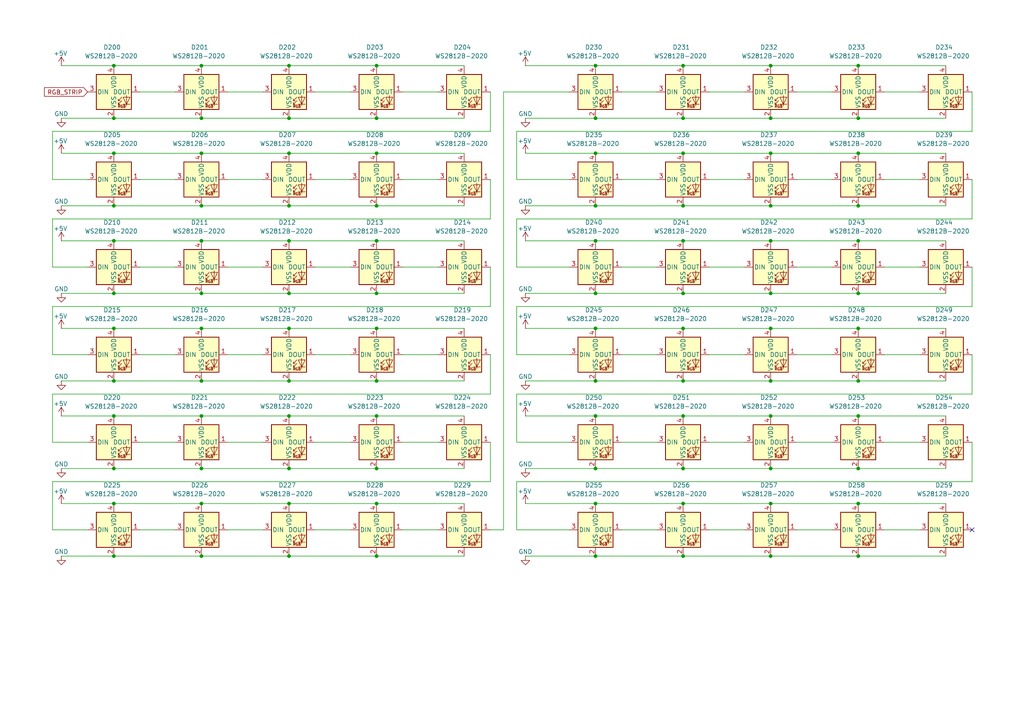
<source format=kicad_sch>
(kicad_sch (version 20231120) (generator "eeschema") (generator_version "8.0")
  (paper "A4")
  (junction (at 33.02 135.89))
  (junction (at 109.22 85.09))
  (junction (at 58.42 69.85))
  (junction (at 58.42 85.09))
  (junction (at 58.42 135.89))
  (junction (at 83.82 146.05))
  (junction (at 33.02 59.69))
  (junction (at 109.22 95.25))
  (junction (at 223.52 146.05))
  (junction (at 33.02 95.25))
  (junction (at 198.12 19.05))
  (junction (at 58.42 110.49))
  (junction (at 172.72 135.89))
  (junction (at 83.82 85.09))
  (junction (at 248.92 59.69))
  (junction (at 83.82 120.65))
  (junction (at 172.72 161.29))
  (junction (at 83.82 110.49))
  (junction (at 83.82 44.45))
  (junction (at 83.82 19.05))
  (junction (at 83.82 59.69))
  (junction (at 248.92 120.65))
  (junction (at 83.82 161.29))
  (junction (at 58.42 59.69))
  (junction (at 58.42 19.05))
  (junction (at 198.12 59.69))
  (junction (at 223.52 120.65))
  (junction (at 223.52 34.29))
  (junction (at 33.02 44.45))
  (junction (at 223.52 59.69))
  (junction (at 109.22 110.49))
  (junction (at 248.92 34.29))
  (junction (at 172.72 85.09))
  (junction (at 83.82 69.85))
  (junction (at 109.22 69.85))
  (junction (at 248.92 85.09))
  (junction (at 172.72 146.05))
  (junction (at 198.12 69.85))
  (junction (at 223.52 19.05))
  (junction (at 223.52 135.89))
  (junction (at 248.92 146.05))
  (junction (at 248.92 95.25))
  (junction (at 83.82 95.25))
  (junction (at 58.42 95.25))
  (junction (at 109.22 19.05))
  (junction (at 248.92 110.49))
  (junction (at 33.02 120.65))
  (junction (at 109.22 34.29))
  (junction (at 172.72 110.49))
  (junction (at 58.42 120.65))
  (junction (at 33.02 110.49))
  (junction (at 198.12 120.65))
  (junction (at 33.02 34.29))
  (junction (at 223.52 95.25))
  (junction (at 248.92 19.05))
  (junction (at 198.12 135.89))
  (junction (at 223.52 44.45))
  (junction (at 33.02 161.29))
  (junction (at 223.52 85.09))
  (junction (at 198.12 44.45))
  (junction (at 248.92 161.29))
  (junction (at 198.12 146.05))
  (junction (at 172.72 120.65))
  (junction (at 223.52 69.85))
  (junction (at 223.52 161.29))
  (junction (at 198.12 85.09))
  (junction (at 58.42 146.05))
  (junction (at 109.22 146.05))
  (junction (at 33.02 69.85))
  (junction (at 33.02 19.05))
  (junction (at 198.12 95.25))
  (junction (at 33.02 85.09))
  (junction (at 83.82 135.89))
  (junction (at 248.92 135.89))
  (junction (at 172.72 19.05))
  (junction (at 58.42 161.29))
  (junction (at 198.12 110.49))
  (junction (at 58.42 34.29))
  (junction (at 198.12 161.29))
  (junction (at 172.72 95.25))
  (junction (at 109.22 120.65))
  (junction (at 172.72 44.45))
  (junction (at 172.72 59.69))
  (junction (at 109.22 135.89))
  (junction (at 33.02 146.05))
  (junction (at 248.92 44.45))
  (junction (at 172.72 34.29))
  (junction (at 172.72 69.85))
  (junction (at 223.52 110.49))
  (junction (at 109.22 59.69))
  (junction (at 248.92 69.85))
  (junction (at 109.22 44.45))
  (junction (at 109.22 161.29))
  (junction (at 58.42 44.45))
  (junction (at 198.12 34.29))
  (junction (at 83.82 34.29))
  (no_connect (at 281.94 153.67))
  (wire (pts (xy 152.4 34.29) (xy 172.72 34.29)))
  (wire (pts (xy 33.02 19.05) (xy 58.42 19.05)))
  (wire (pts (xy 58.42 161.29) (xy 83.82 161.29)))
  (wire (pts (xy 142.24 63.5) (xy 15.24 63.5)))
  (wire (pts (xy 231.14 26.67) (xy 241.3 26.67)))
  (wire (pts (xy 152.4 85.09) (xy 172.72 85.09)))
  (wire (pts (xy 142.24 77.47) (xy 142.24 88.9)))
  (wire (pts (xy 109.22 19.05) (xy 134.62 19.05)))
  (wire (pts (xy 58.42 44.45) (xy 83.82 44.45)))
  (wire (pts (xy 109.22 44.45) (xy 134.62 44.45)))
  (wire (pts (xy 172.72 161.29) (xy 198.12 161.29)))
  (wire (pts (xy 83.82 69.85) (xy 109.22 69.85)))
  (wire (pts (xy 223.52 146.05) (xy 248.92 146.05)))
  (wire (pts (xy 17.78 44.45) (xy 33.02 44.45)))
  (wire (pts (xy 149.86 88.9) (xy 149.86 102.87)))
  (wire (pts (xy 223.52 34.29) (xy 248.92 34.29)))
  (wire (pts (xy 142.24 128.27) (xy 142.24 139.7)))
  (wire (pts (xy 91.44 153.67) (xy 101.6 153.67)))
  (wire (pts (xy 149.86 52.07) (xy 165.1 52.07)))
  (wire (pts (xy 149.86 63.5) (xy 149.86 77.47)))
  (wire (pts (xy 198.12 146.05) (xy 223.52 146.05)))
  (wire (pts (xy 248.92 146.05) (xy 274.32 146.05)))
  (wire (pts (xy 109.22 110.49) (xy 134.62 110.49)))
  (wire (pts (xy 172.72 34.29) (xy 198.12 34.29)))
  (wire (pts (xy 198.12 19.05) (xy 223.52 19.05)))
  (wire (pts (xy 231.14 52.07) (xy 241.3 52.07)))
  (wire (pts (xy 58.42 69.85) (xy 83.82 69.85)))
  (wire (pts (xy 149.86 102.87) (xy 165.1 102.87)))
  (wire (pts (xy 149.86 153.67) (xy 165.1 153.67)))
  (wire (pts (xy 33.02 120.65) (xy 58.42 120.65)))
  (wire (pts (xy 33.02 146.05) (xy 58.42 146.05)))
  (wire (pts (xy 15.24 77.47) (xy 25.4 77.47)))
  (wire (pts (xy 17.78 85.09) (xy 33.02 85.09)))
  (wire (pts (xy 198.12 135.89) (xy 223.52 135.89)))
  (wire (pts (xy 109.22 34.29) (xy 134.62 34.29)))
  (wire (pts (xy 198.12 110.49) (xy 223.52 110.49)))
  (wire (pts (xy 33.02 110.49) (xy 58.42 110.49)))
  (wire (pts (xy 172.72 69.85) (xy 198.12 69.85)))
  (wire (pts (xy 248.92 95.25) (xy 274.32 95.25)))
  (wire (pts (xy 248.92 59.69) (xy 274.32 59.69)))
  (wire (pts (xy 109.22 85.09) (xy 134.62 85.09)))
  (wire (pts (xy 83.82 146.05) (xy 109.22 146.05)))
  (wire (pts (xy 109.22 59.69) (xy 134.62 59.69)))
  (wire (pts (xy 205.74 52.07) (xy 215.9 52.07)))
  (wire (pts (xy 109.22 146.05) (xy 134.62 146.05)))
  (wire (pts (xy 66.04 153.67) (xy 76.2 153.67)))
  (wire (pts (xy 248.92 44.45) (xy 274.32 44.45)))
  (wire (pts (xy 66.04 52.07) (xy 76.2 52.07)))
  (wire (pts (xy 15.24 128.27) (xy 25.4 128.27)))
  (wire (pts (xy 116.84 128.27) (xy 127 128.27)))
  (wire (pts (xy 142.24 52.07) (xy 142.24 63.5)))
  (wire (pts (xy 231.14 102.87) (xy 241.3 102.87)))
  (wire (pts (xy 33.02 85.09) (xy 58.42 85.09)))
  (wire (pts (xy 172.72 19.05) (xy 198.12 19.05)))
  (wire (pts (xy 40.64 102.87) (xy 50.8 102.87)))
  (wire (pts (xy 152.4 135.89) (xy 172.72 135.89)))
  (wire (pts (xy 172.72 59.69) (xy 198.12 59.69)))
  (wire (pts (xy 198.12 44.45) (xy 223.52 44.45)))
  (wire (pts (xy 223.52 110.49) (xy 248.92 110.49)))
  (wire (pts (xy 116.84 52.07) (xy 127 52.07)))
  (wire (pts (xy 149.86 114.3) (xy 149.86 128.27)))
  (wire (pts (xy 256.54 102.87) (xy 266.7 102.87)))
  (wire (pts (xy 172.72 110.49) (xy 198.12 110.49)))
  (wire (pts (xy 198.12 95.25) (xy 223.52 95.25)))
  (wire (pts (xy 109.22 135.89) (xy 134.62 135.89)))
  (wire (pts (xy 83.82 120.65) (xy 109.22 120.65)))
  (wire (pts (xy 17.78 95.25) (xy 33.02 95.25)))
  (wire (pts (xy 66.04 26.67) (xy 76.2 26.67)))
  (wire (pts (xy 172.72 95.25) (xy 198.12 95.25)))
  (wire (pts (xy 152.4 69.85) (xy 172.72 69.85)))
  (wire (pts (xy 152.4 146.05) (xy 172.72 146.05)))
  (wire (pts (xy 152.4 161.29) (xy 172.72 161.29)))
  (wire (pts (xy 58.42 19.05) (xy 83.82 19.05)))
  (wire (pts (xy 15.24 88.9) (xy 15.24 102.87)))
  (wire (pts (xy 152.4 44.45) (xy 172.72 44.45)))
  (wire (pts (xy 248.92 110.49) (xy 274.32 110.49)))
  (wire (pts (xy 58.42 146.05) (xy 83.82 146.05)))
  (wire (pts (xy 248.92 19.05) (xy 274.32 19.05)))
  (wire (pts (xy 58.42 95.25) (xy 83.82 95.25)))
  (wire (pts (xy 281.94 63.5) (xy 149.86 63.5)))
  (wire (pts (xy 256.54 26.67) (xy 266.7 26.67)))
  (wire (pts (xy 17.78 146.05) (xy 33.02 146.05)))
  (wire (pts (xy 180.34 26.67) (xy 190.5 26.67)))
  (wire (pts (xy 142.24 139.7) (xy 15.24 139.7)))
  (wire (pts (xy 205.74 153.67) (xy 215.9 153.67)))
  (wire (pts (xy 248.92 69.85) (xy 274.32 69.85)))
  (wire (pts (xy 33.02 95.25) (xy 58.42 95.25)))
  (wire (pts (xy 116.84 77.47) (xy 127 77.47)))
  (wire (pts (xy 15.24 114.3) (xy 15.24 128.27)))
  (wire (pts (xy 223.52 59.69) (xy 248.92 59.69)))
  (wire (pts (xy 152.4 59.69) (xy 172.72 59.69)))
  (wire (pts (xy 83.82 85.09) (xy 109.22 85.09)))
  (wire (pts (xy 248.92 135.89) (xy 274.32 135.89)))
  (wire (pts (xy 83.82 44.45) (xy 109.22 44.45)))
  (wire (pts (xy 146.05 153.67) (xy 146.05 26.67)))
  (wire (pts (xy 223.52 19.05) (xy 248.92 19.05)))
  (wire (pts (xy 33.02 69.85) (xy 58.42 69.85)))
  (wire (pts (xy 15.24 153.67) (xy 25.4 153.67)))
  (wire (pts (xy 223.52 135.89) (xy 248.92 135.89)))
  (wire (pts (xy 33.02 135.89) (xy 58.42 135.89)))
  (wire (pts (xy 172.72 85.09) (xy 198.12 85.09)))
  (wire (pts (xy 149.86 128.27) (xy 165.1 128.27)))
  (wire (pts (xy 83.82 95.25) (xy 109.22 95.25)))
  (wire (pts (xy 91.44 52.07) (xy 101.6 52.07)))
  (wire (pts (xy 223.52 120.65) (xy 248.92 120.65)))
  (wire (pts (xy 180.34 153.67) (xy 190.5 153.67)))
  (wire (pts (xy 83.82 135.89) (xy 109.22 135.89)))
  (wire (pts (xy 116.84 153.67) (xy 127 153.67)))
  (wire (pts (xy 91.44 102.87) (xy 101.6 102.87)))
  (wire (pts (xy 17.78 19.05) (xy 33.02 19.05)))
  (wire (pts (xy 142.24 102.87) (xy 142.24 114.3)))
  (wire (pts (xy 248.92 85.09) (xy 274.32 85.09)))
  (wire (pts (xy 66.04 77.47) (xy 76.2 77.47)))
  (wire (pts (xy 83.82 161.29) (xy 109.22 161.29)))
  (wire (pts (xy 198.12 120.65) (xy 223.52 120.65)))
  (wire (pts (xy 281.94 26.67) (xy 281.94 38.1)))
  (wire (pts (xy 17.78 34.29) (xy 33.02 34.29)))
  (wire (pts (xy 281.94 77.47) (xy 281.94 88.9)))
  (wire (pts (xy 15.24 63.5) (xy 15.24 77.47)))
  (wire (pts (xy 33.02 161.29) (xy 58.42 161.29)))
  (wire (pts (xy 142.24 26.67) (xy 142.24 38.1)))
  (wire (pts (xy 223.52 44.45) (xy 248.92 44.45)))
  (wire (pts (xy 116.84 26.67) (xy 127 26.67)))
  (wire (pts (xy 248.92 34.29) (xy 274.32 34.29)))
  (wire (pts (xy 256.54 128.27) (xy 266.7 128.27)))
  (wire (pts (xy 58.42 120.65) (xy 83.82 120.65)))
  (wire (pts (xy 17.78 120.65) (xy 33.02 120.65)))
  (wire (pts (xy 142.24 88.9) (xy 15.24 88.9)))
  (wire (pts (xy 91.44 77.47) (xy 101.6 77.47)))
  (wire (pts (xy 146.05 26.67) (xy 165.1 26.67)))
  (wire (pts (xy 198.12 85.09) (xy 223.52 85.09)))
  (wire (pts (xy 83.82 59.69) (xy 109.22 59.69)))
  (wire (pts (xy 180.34 102.87) (xy 190.5 102.87)))
  (wire (pts (xy 109.22 120.65) (xy 134.62 120.65)))
  (wire (pts (xy 180.34 77.47) (xy 190.5 77.47)))
  (wire (pts (xy 17.78 135.89) (xy 33.02 135.89)))
  (wire (pts (xy 180.34 128.27) (xy 190.5 128.27)))
  (wire (pts (xy 223.52 69.85) (xy 248.92 69.85)))
  (wire (pts (xy 33.02 59.69) (xy 58.42 59.69)))
  (wire (pts (xy 58.42 110.49) (xy 83.82 110.49)))
  (wire (pts (xy 205.74 128.27) (xy 215.9 128.27)))
  (wire (pts (xy 91.44 128.27) (xy 101.6 128.27)))
  (wire (pts (xy 281.94 52.07) (xy 281.94 63.5)))
  (wire (pts (xy 198.12 69.85) (xy 223.52 69.85)))
  (wire (pts (xy 17.78 69.85) (xy 33.02 69.85)))
  (wire (pts (xy 172.72 146.05) (xy 198.12 146.05)))
  (wire (pts (xy 109.22 161.29) (xy 134.62 161.29)))
  (wire (pts (xy 58.42 34.29) (xy 83.82 34.29)))
  (wire (pts (xy 180.34 52.07) (xy 190.5 52.07)))
  (wire (pts (xy 58.42 85.09) (xy 83.82 85.09)))
  (wire (pts (xy 40.64 26.67) (xy 50.8 26.67)))
  (wire (pts (xy 256.54 52.07) (xy 266.7 52.07)))
  (wire (pts (xy 142.24 38.1) (xy 15.24 38.1)))
  (wire (pts (xy 15.24 38.1) (xy 15.24 52.07)))
  (wire (pts (xy 66.04 102.87) (xy 76.2 102.87)))
  (wire (pts (xy 58.42 59.69) (xy 83.82 59.69)))
  (wire (pts (xy 149.86 77.47) (xy 165.1 77.47)))
  (wire (pts (xy 248.92 161.29) (xy 274.32 161.29)))
  (wire (pts (xy 172.72 120.65) (xy 198.12 120.65)))
  (wire (pts (xy 281.94 38.1) (xy 149.86 38.1)))
  (wire (pts (xy 116.84 102.87) (xy 127 102.87)))
  (wire (pts (xy 40.64 52.07) (xy 50.8 52.07)))
  (wire (pts (xy 152.4 19.05) (xy 172.72 19.05)))
  (wire (pts (xy 109.22 69.85) (xy 134.62 69.85)))
  (wire (pts (xy 198.12 161.29) (xy 223.52 161.29)))
  (wire (pts (xy 142.24 114.3) (xy 15.24 114.3)))
  (wire (pts (xy 40.64 153.67) (xy 50.8 153.67)))
  (wire (pts (xy 17.78 161.29) (xy 33.02 161.29)))
  (wire (pts (xy 17.78 110.49) (xy 33.02 110.49)))
  (wire (pts (xy 15.24 102.87) (xy 25.4 102.87)))
  (wire (pts (xy 223.52 95.25) (xy 248.92 95.25)))
  (wire (pts (xy 33.02 34.29) (xy 58.42 34.29)))
  (wire (pts (xy 109.22 95.25) (xy 134.62 95.25)))
  (wire (pts (xy 248.92 120.65) (xy 274.32 120.65)))
  (wire (pts (xy 152.4 120.65) (xy 172.72 120.65)))
  (wire (pts (xy 149.86 38.1) (xy 149.86 52.07)))
  (wire (pts (xy 172.72 135.89) (xy 198.12 135.89)))
  (wire (pts (xy 83.82 110.49) (xy 109.22 110.49)))
  (wire (pts (xy 15.24 52.07) (xy 25.4 52.07)))
  (wire (pts (xy 83.82 19.05) (xy 109.22 19.05)))
  (wire (pts (xy 66.04 128.27) (xy 76.2 128.27)))
  (wire (pts (xy 281.94 114.3) (xy 149.86 114.3)))
  (wire (pts (xy 198.12 59.69) (xy 223.52 59.69)))
  (wire (pts (xy 142.24 153.67) (xy 146.05 153.67)))
  (wire (pts (xy 149.86 139.7) (xy 149.86 153.67)))
  (wire (pts (xy 40.64 77.47) (xy 50.8 77.47)))
  (wire (pts (xy 152.4 95.25) (xy 172.72 95.25)))
  (wire (pts (xy 223.52 85.09) (xy 248.92 85.09)))
  (wire (pts (xy 281.94 139.7) (xy 149.86 139.7)))
  (wire (pts (xy 15.24 139.7) (xy 15.24 153.67)))
  (wire (pts (xy 40.64 128.27) (xy 50.8 128.27)))
  (wire (pts (xy 281.94 102.87) (xy 281.94 114.3)))
  (wire (pts (xy 256.54 153.67) (xy 266.7 153.67)))
  (wire (pts (xy 281.94 88.9) (xy 149.86 88.9)))
  (wire (pts (xy 91.44 26.67) (xy 101.6 26.67)))
  (wire (pts (xy 223.52 161.29) (xy 248.92 161.29)))
  (wire (pts (xy 58.42 135.89) (xy 83.82 135.89)))
  (wire (pts (xy 205.74 26.67) (xy 215.9 26.67)))
  (wire (pts (xy 205.74 77.47) (xy 215.9 77.47)))
  (wire (pts (xy 231.14 128.27) (xy 241.3 128.27)))
  (wire (pts (xy 17.78 59.69) (xy 33.02 59.69)))
  (wire (pts (xy 205.74 102.87) (xy 215.9 102.87)))
  (wire (pts (xy 83.82 34.29) (xy 109.22 34.29)))
  (wire (pts (xy 231.14 153.67) (xy 241.3 153.67)))
  (wire (pts (xy 33.02 44.45) (xy 58.42 44.45)))
  (wire (pts (xy 152.4 110.49) (xy 172.72 110.49)))
  (wire (pts (xy 256.54 77.47) (xy 266.7 77.47)))
  (wire (pts (xy 172.72 44.45) (xy 198.12 44.45)))
  (wire (pts (xy 198.12 34.29) (xy 223.52 34.29)))
  (wire (pts (xy 231.14 77.47) (xy 241.3 77.47)))
  (wire (pts (xy 281.94 128.27) (xy 281.94 139.7)))
  (global_label "RGB_STRIP" (shape input) (at 25.4 26.67 180) (property "Intersheetrefs" "${INTERSHEET_REFS}" (effects (hide yes))))
  (symbol (lib_id "LED:WS2812B-2020") (at 198.12 153.67 0) (unit 1)
    (property "Reference" "D256" (at 197.612 140.716 0))
    (property "Value" "WS2812B-2020" (at 197.358 143.256 0))
    (property "Footprint" "LED_SMD:LED_WS2812B-2020_PLCC4_2.0x2.0mm" (effects (hide yes)))
    (property "Datasheet" "https://cdn-shop.adafruit.com/product-files/4684/4684_WS2812B-2020_V1.3_EN.pdf" (effects (hide yes)))
    (property "Description" "RGB LED with integrated controller, 2.0 x 2.0 mm, 12 mA" (effects (hide yes)))
    (property "Manufacturer" "Worldsemi" (effects (hide yes)))
    (property "Manufacturer Product Number" "WS2812B-2020" (effects (hide yes)))
  )
  (symbol (lib_id "power:+5V") (at 17.78 44.45 0) (unit 1)
    (property "Reference" "#PWR07" (effects (hide yes)))
    (property "Value" "+5V" (at 17.526 40.894 0))
    (property "Description" "Power symbol creates a global label with name \"+5V\"" (effects (hide yes)))
  )
  (symbol (lib_id "LED:WS2812B-2020") (at 198.12 102.87 0) (unit 1)
    (property "Reference" "D246" (at 197.612 89.916 0))
    (property "Value" "WS2812B-2020" (at 197.358 92.456 0))
    (property "Footprint" "LED_SMD:LED_WS2812B-2020_PLCC4_2.0x2.0mm" (effects (hide yes)))
    (property "Datasheet" "https://cdn-shop.adafruit.com/product-files/4684/4684_WS2812B-2020_V1.3_EN.pdf" (effects (hide yes)))
    (property "Description" "RGB LED with integrated controller, 2.0 x 2.0 mm, 12 mA" (effects (hide yes)))
    (property "Manufacturer" "Worldsemi" (effects (hide yes)))
    (property "Manufacturer Product Number" "WS2812B-2020" (effects (hide yes)))
  )
  (symbol (lib_id "LED:WS2812B-2020") (at 33.02 102.87 0) (unit 1)
    (property "Reference" "D215" (at 32.512 89.916 0))
    (property "Value" "WS2812B-2020" (at 32.258 92.456 0))
    (property "Footprint" "LED_SMD:LED_WS2812B-2020_PLCC4_2.0x2.0mm" (effects (hide yes)))
    (property "Datasheet" "https://cdn-shop.adafruit.com/product-files/4684/4684_WS2812B-2020_V1.3_EN.pdf" (effects (hide yes)))
    (property "Description" "RGB LED with integrated controller, 2.0 x 2.0 mm, 12 mA" (effects (hide yes)))
    (property "Manufacturer" "Worldsemi" (effects (hide yes)))
    (property "Manufacturer Product Number" "WS2812B-2020" (effects (hide yes)))
  )
  (symbol (lib_id "power:+5V") (at 17.78 95.25 0) (unit 1)
    (property "Reference" "#PWR011" (effects (hide yes)))
    (property "Value" "+5V" (at 17.526 91.694 0))
    (property "Description" "Power symbol creates a global label with name \"+5V\"" (effects (hide yes)))
  )
  (symbol (lib_id "LED:WS2812B-2020") (at 33.02 26.67 0) (unit 1)
    (property "Reference" "D200" (at 32.512 13.716 0))
    (property "Value" "WS2812B-2020" (at 32.258 16.256 0))
    (property "Footprint" "LED_SMD:LED_WS2812B-2020_PLCC4_2.0x2.0mm" (effects (hide yes)))
    (property "Datasheet" "https://cdn-shop.adafruit.com/product-files/4684/4684_WS2812B-2020_V1.3_EN.pdf" (effects (hide yes)))
    (property "Description" "RGB LED with integrated controller, 2.0 x 2.0 mm, 12 mA" (effects (hide yes)))
    (property "Manufacturer" "Worldsemi" (effects (hide yes)))
    (property "Manufacturer Product Number" "WS2812B-2020" (effects (hide yes)))
  )
  (symbol (lib_id "LED:WS2812B-2020") (at 109.22 77.47 0) (unit 1)
    (property "Reference" "D213" (at 108.712 64.516 0))
    (property "Value" "WS2812B-2020" (at 108.458 67.056 0))
    (property "Footprint" "LED_SMD:LED_WS2812B-2020_PLCC4_2.0x2.0mm" (effects (hide yes)))
    (property "Datasheet" "https://cdn-shop.adafruit.com/product-files/4684/4684_WS2812B-2020_V1.3_EN.pdf" (effects (hide yes)))
    (property "Description" "RGB LED with integrated controller, 2.0 x 2.0 mm, 12 mA" (effects (hide yes)))
    (property "Manufacturer" "Worldsemi" (effects (hide yes)))
    (property "Manufacturer Product Number" "WS2812B-2020" (effects (hide yes)))
  )
  (symbol (lib_id "LED:WS2812B-2020") (at 83.82 26.67 0) (unit 1)
    (property "Reference" "D202" (at 83.312 13.716 0))
    (property "Value" "WS2812B-2020" (at 83.058 16.256 0))
    (property "Footprint" "LED_SMD:LED_WS2812B-2020_PLCC4_2.0x2.0mm" (effects (hide yes)))
    (property "Datasheet" "https://cdn-shop.adafruit.com/product-files/4684/4684_WS2812B-2020_V1.3_EN.pdf" (effects (hide yes)))
    (property "Description" "RGB LED with integrated controller, 2.0 x 2.0 mm, 12 mA" (effects (hide yes)))
    (property "Manufacturer" "Worldsemi" (effects (hide yes)))
    (property "Manufacturer Product Number" "WS2812B-2020" (effects (hide yes)))
  )
  (symbol (lib_id "LED:WS2812B-2020") (at 223.52 128.27 0) (unit 1)
    (property "Reference" "D252" (at 223.012 115.316 0))
    (property "Value" "WS2812B-2020" (at 222.758 117.856 0))
    (property "Footprint" "LED_SMD:LED_WS2812B-2020_PLCC4_2.0x2.0mm" (effects (hide yes)))
    (property "Datasheet" "https://cdn-shop.adafruit.com/product-files/4684/4684_WS2812B-2020_V1.3_EN.pdf" (effects (hide yes)))
    (property "Description" "RGB LED with integrated controller, 2.0 x 2.0 mm, 12 mA" (effects (hide yes)))
    (property "Manufacturer" "Worldsemi" (effects (hide yes)))
    (property "Manufacturer Product Number" "WS2812B-2020" (effects (hide yes)))
  )
  (symbol (lib_id "LED:WS2812B-2020") (at 58.42 77.47 0) (unit 1)
    (property "Reference" "D211" (at 57.912 64.516 0))
    (property "Value" "WS2812B-2020" (at 57.658 67.056 0))
    (property "Footprint" "LED_SMD:LED_WS2812B-2020_PLCC4_2.0x2.0mm" (effects (hide yes)))
    (property "Datasheet" "https://cdn-shop.adafruit.com/product-files/4684/4684_WS2812B-2020_V1.3_EN.pdf" (effects (hide yes)))
    (property "Description" "RGB LED with integrated controller, 2.0 x 2.0 mm, 12 mA" (effects (hide yes)))
    (property "Manufacturer" "Worldsemi" (effects (hide yes)))
    (property "Manufacturer Product Number" "WS2812B-2020" (effects (hide yes)))
  )
  (symbol (lib_id "power:GND") (at 152.4 161.29 0) (unit 1)
    (property "Reference" "#PWR028" (effects (hide yes)))
    (property "Value" "GND" (at 152.4 160.02 0))
    (property "Description" "Power symbol creates a global label with name \"GND\" , ground" (effects (hide yes)))
  )
  (symbol (lib_id "power:+5V") (at 17.78 120.65 0) (unit 1)
    (property "Reference" "#PWR013" (effects (hide yes)))
    (property "Value" "+5V" (at 17.526 117.094 0))
    (property "Description" "Power symbol creates a global label with name \"+5V\"" (effects (hide yes)))
  )
  (symbol (lib_id "power:GND") (at 17.78 161.29 0) (unit 1)
    (property "Reference" "#PWR016" (effects (hide yes)))
    (property "Value" "GND" (at 17.78 160.02 0))
    (property "Description" "Power symbol creates a global label with name \"GND\" , ground" (effects (hide yes)))
  )
  (symbol (lib_id "power:GND") (at 17.78 135.89 0) (unit 1)
    (property "Reference" "#PWR014" (effects (hide yes)))
    (property "Value" "GND" (at 17.78 134.62 0))
    (property "Description" "Power symbol creates a global label with name \"GND\" , ground" (effects (hide yes)))
  )
  (symbol (lib_id "LED:WS2812B-2020") (at 198.12 52.07 0) (unit 1)
    (property "Reference" "D236" (at 197.612 39.116 0))
    (property "Value" "WS2812B-2020" (at 197.358 41.656 0))
    (property "Footprint" "LED_SMD:LED_WS2812B-2020_PLCC4_2.0x2.0mm" (effects (hide yes)))
    (property "Datasheet" "https://cdn-shop.adafruit.com/product-files/4684/4684_WS2812B-2020_V1.3_EN.pdf" (effects (hide yes)))
    (property "Description" "RGB LED with integrated controller, 2.0 x 2.0 mm, 12 mA" (effects (hide yes)))
    (property "Manufacturer" "Worldsemi" (effects (hide yes)))
    (property "Manufacturer Product Number" "WS2812B-2020" (effects (hide yes)))
  )
  (symbol (lib_id "LED:WS2812B-2020") (at 248.92 102.87 0) (unit 1)
    (property "Reference" "D248" (at 248.412 89.916 0))
    (property "Value" "WS2812B-2020" (at 248.158 92.456 0))
    (property "Footprint" "LED_SMD:LED_WS2812B-2020_PLCC4_2.0x2.0mm" (effects (hide yes)))
    (property "Datasheet" "https://cdn-shop.adafruit.com/product-files/4684/4684_WS2812B-2020_V1.3_EN.pdf" (effects (hide yes)))
    (property "Description" "RGB LED with integrated controller, 2.0 x 2.0 mm, 12 mA" (effects (hide yes)))
    (property "Manufacturer" "Worldsemi" (effects (hide yes)))
    (property "Manufacturer Product Number" "WS2812B-2020" (effects (hide yes)))
  )
  (symbol (lib_id "power:+5V") (at 152.4 44.45 0) (unit 1)
    (property "Reference" "#PWR019" (effects (hide yes)))
    (property "Value" "+5V" (at 152.146 40.894 0))
    (property "Description" "Power symbol creates a global label with name \"+5V\"" (effects (hide yes)))
  )
  (symbol (lib_id "LED:WS2812B-2020") (at 134.62 128.27 0) (unit 1)
    (property "Reference" "D224" (at 134.112 115.316 0))
    (property "Value" "WS2812B-2020" (at 133.858 117.856 0))
    (property "Footprint" "LED_SMD:LED_WS2812B-2020_PLCC4_2.0x2.0mm" (effects (hide yes)))
    (property "Datasheet" "https://cdn-shop.adafruit.com/product-files/4684/4684_WS2812B-2020_V1.3_EN.pdf" (effects (hide yes)))
    (property "Description" "RGB LED with integrated controller, 2.0 x 2.0 mm, 12 mA" (effects (hide yes)))
    (property "Manufacturer" "Worldsemi" (effects (hide yes)))
    (property "Manufacturer Product Number" "WS2812B-2020" (effects (hide yes)))
  )
  (symbol (lib_id "power:GND") (at 152.4 85.09 0) (unit 1)
    (property "Reference" "#PWR022" (effects (hide yes)))
    (property "Value" "GND" (at 152.4 83.82 0))
    (property "Description" "Power symbol creates a global label with name \"GND\" , ground" (effects (hide yes)))
  )
  (symbol (lib_id "LED:WS2812B-2020") (at 274.32 153.67 0) (unit 1)
    (property "Reference" "D259" (at 273.812 140.716 0))
    (property "Value" "WS2812B-2020" (at 273.558 143.256 0))
    (property "Footprint" "LED_SMD:LED_WS2812B-2020_PLCC4_2.0x2.0mm" (effects (hide yes)))
    (property "Datasheet" "https://cdn-shop.adafruit.com/product-files/4684/4684_WS2812B-2020_V1.3_EN.pdf" (effects (hide yes)))
    (property "Description" "RGB LED with integrated controller, 2.0 x 2.0 mm, 12 mA" (effects (hide yes)))
    (property "Manufacturer" "Worldsemi" (effects (hide yes)))
    (property "Manufacturer Product Number" "WS2812B-2020" (effects (hide yes)))
  )
  (symbol (lib_id "LED:WS2812B-2020") (at 109.22 102.87 0) (unit 1)
    (property "Reference" "D218" (at 108.712 89.916 0))
    (property "Value" "WS2812B-2020" (at 108.458 92.456 0))
    (property "Footprint" "LED_SMD:LED_WS2812B-2020_PLCC4_2.0x2.0mm" (effects (hide yes)))
    (property "Datasheet" "https://cdn-shop.adafruit.com/product-files/4684/4684_WS2812B-2020_V1.3_EN.pdf" (effects (hide yes)))
    (property "Description" "RGB LED with integrated controller, 2.0 x 2.0 mm, 12 mA" (effects (hide yes)))
    (property "Manufacturer" "Worldsemi" (effects (hide yes)))
    (property "Manufacturer Product Number" "WS2812B-2020" (effects (hide yes)))
  )
  (symbol (lib_id "LED:WS2812B-2020") (at 83.82 128.27 0) (unit 1)
    (property "Reference" "D222" (at 83.312 115.316 0))
    (property "Value" "WS2812B-2020" (at 83.058 117.856 0))
    (property "Footprint" "LED_SMD:LED_WS2812B-2020_PLCC4_2.0x2.0mm" (effects (hide yes)))
    (property "Datasheet" "https://cdn-shop.adafruit.com/product-files/4684/4684_WS2812B-2020_V1.3_EN.pdf" (effects (hide yes)))
    (property "Description" "RGB LED with integrated controller, 2.0 x 2.0 mm, 12 mA" (effects (hide yes)))
    (property "Manufacturer" "Worldsemi" (effects (hide yes)))
    (property "Manufacturer Product Number" "WS2812B-2020" (effects (hide yes)))
  )
  (symbol (lib_id "LED:WS2812B-2020") (at 58.42 128.27 0) (unit 1)
    (property "Reference" "D221" (at 57.912 115.316 0))
    (property "Value" "WS2812B-2020" (at 57.658 117.856 0))
    (property "Footprint" "LED_SMD:LED_WS2812B-2020_PLCC4_2.0x2.0mm" (effects (hide yes)))
    (property "Datasheet" "https://cdn-shop.adafruit.com/product-files/4684/4684_WS2812B-2020_V1.3_EN.pdf" (effects (hide yes)))
    (property "Description" "RGB LED with integrated controller, 2.0 x 2.0 mm, 12 mA" (effects (hide yes)))
    (property "Manufacturer" "Worldsemi" (effects (hide yes)))
    (property "Manufacturer Product Number" "WS2812B-2020" (effects (hide yes)))
  )
  (symbol (lib_id "LED:WS2812B-2020") (at 134.62 77.47 0) (unit 1)
    (property "Reference" "D214" (at 134.112 64.516 0))
    (property "Value" "WS2812B-2020" (at 133.858 67.056 0))
    (property "Footprint" "LED_SMD:LED_WS2812B-2020_PLCC4_2.0x2.0mm" (effects (hide yes)))
    (property "Datasheet" "https://cdn-shop.adafruit.com/product-files/4684/4684_WS2812B-2020_V1.3_EN.pdf" (effects (hide yes)))
    (property "Description" "RGB LED with integrated controller, 2.0 x 2.0 mm, 12 mA" (effects (hide yes)))
    (property "Manufacturer" "Worldsemi" (effects (hide yes)))
    (property "Manufacturer Product Number" "WS2812B-2020" (effects (hide yes)))
  )
  (symbol (lib_id "LED:WS2812B-2020") (at 248.92 153.67 0) (unit 1)
    (property "Reference" "D258" (at 248.412 140.716 0))
    (property "Value" "WS2812B-2020" (at 248.158 143.256 0))
    (property "Footprint" "LED_SMD:LED_WS2812B-2020_PLCC4_2.0x2.0mm" (effects (hide yes)))
    (property "Datasheet" "https://cdn-shop.adafruit.com/product-files/4684/4684_WS2812B-2020_V1.3_EN.pdf" (effects (hide yes)))
    (property "Description" "RGB LED with integrated controller, 2.0 x 2.0 mm, 12 mA" (effects (hide yes)))
    (property "Manufacturer" "Worldsemi" (effects (hide yes)))
    (property "Manufacturer Product Number" "WS2812B-2020" (effects (hide yes)))
  )
  (symbol (lib_id "LED:WS2812B-2020") (at 172.72 26.67 0) (unit 1)
    (property "Reference" "D230" (at 172.212 13.716 0))
    (property "Value" "WS2812B-2020" (at 171.958 16.256 0))
    (property "Footprint" "LED_SMD:LED_WS2812B-2020_PLCC4_2.0x2.0mm" (effects (hide yes)))
    (property "Datasheet" "https://cdn-shop.adafruit.com/product-files/4684/4684_WS2812B-2020_V1.3_EN.pdf" (effects (hide yes)))
    (property "Description" "RGB LED with integrated controller, 2.0 x 2.0 mm, 12 mA" (effects (hide yes)))
    (property "Manufacturer" "Worldsemi" (effects (hide yes)))
    (property "Manufacturer Product Number" "WS2812B-2020" (effects (hide yes)))
  )
  (symbol (lib_id "power:+5V") (at 152.4 69.85 0) (unit 1)
    (property "Reference" "#PWR021" (effects (hide yes)))
    (property "Value" "+5V" (at 152.146 66.294 0))
    (property "Description" "Power symbol creates a global label with name \"+5V\"" (effects (hide yes)))
  )
  (symbol (lib_id "power:+5V") (at 152.4 95.25 0) (unit 1)
    (property "Reference" "#PWR023" (effects (hide yes)))
    (property "Value" "+5V" (at 152.146 91.694 0))
    (property "Description" "Power symbol creates a global label with name \"+5V\"" (effects (hide yes)))
  )
  (symbol (lib_id "LED:WS2812B-2020") (at 172.72 102.87 0) (unit 1)
    (property "Reference" "D245" (at 172.212 89.916 0))
    (property "Value" "WS2812B-2020" (at 171.958 92.456 0))
    (property "Footprint" "LED_SMD:LED_WS2812B-2020_PLCC4_2.0x2.0mm" (effects (hide yes)))
    (property "Datasheet" "https://cdn-shop.adafruit.com/product-files/4684/4684_WS2812B-2020_V1.3_EN.pdf" (effects (hide yes)))
    (property "Description" "RGB LED with integrated controller, 2.0 x 2.0 mm, 12 mA" (effects (hide yes)))
    (property "Manufacturer" "Worldsemi" (effects (hide yes)))
    (property "Manufacturer Product Number" "WS2812B-2020" (effects (hide yes)))
  )
  (symbol (lib_id "power:+5V") (at 152.4 146.05 0) (unit 1)
    (property "Reference" "#PWR027" (effects (hide yes)))
    (property "Value" "+5V" (at 152.146 142.494 0))
    (property "Description" "Power symbol creates a global label with name \"+5V\"" (effects (hide yes)))
  )
  (symbol (lib_id "LED:WS2812B-2020") (at 172.72 128.27 0) (unit 1)
    (property "Reference" "D250" (at 172.212 115.316 0))
    (property "Value" "WS2812B-2020" (at 171.958 117.856 0))
    (property "Footprint" "LED_SMD:LED_WS2812B-2020_PLCC4_2.0x2.0mm" (effects (hide yes)))
    (property "Datasheet" "https://cdn-shop.adafruit.com/product-files/4684/4684_WS2812B-2020_V1.3_EN.pdf" (effects (hide yes)))
    (property "Description" "RGB LED with integrated controller, 2.0 x 2.0 mm, 12 mA" (effects (hide yes)))
    (property "Manufacturer" "Worldsemi" (effects (hide yes)))
    (property "Manufacturer Product Number" "WS2812B-2020" (effects (hide yes)))
  )
  (symbol (lib_id "LED:WS2812B-2020") (at 274.32 52.07 0) (unit 1)
    (property "Reference" "D239" (at 273.812 39.116 0))
    (property "Value" "WS2812B-2020" (at 273.558 41.656 0))
    (property "Footprint" "LED_SMD:LED_WS2812B-2020_PLCC4_2.0x2.0mm" (effects (hide yes)))
    (property "Datasheet" "https://cdn-shop.adafruit.com/product-files/4684/4684_WS2812B-2020_V1.3_EN.pdf" (effects (hide yes)))
    (property "Description" "RGB LED with integrated controller, 2.0 x 2.0 mm, 12 mA" (effects (hide yes)))
    (property "Manufacturer" "Worldsemi" (effects (hide yes)))
    (property "Manufacturer Product Number" "WS2812B-2020" (effects (hide yes)))
  )
  (symbol (lib_id "power:GND") (at 17.78 85.09 0) (unit 1)
    (property "Reference" "#PWR010" (effects (hide yes)))
    (property "Value" "GND" (at 17.78 83.82 0))
    (property "Description" "Power symbol creates a global label with name \"GND\" , ground" (effects (hide yes)))
  )
  (symbol (lib_id "power:+5V") (at 17.78 69.85 0) (unit 1)
    (property "Reference" "#PWR09" (effects (hide yes)))
    (property "Value" "+5V" (at 17.526 66.294 0))
    (property "Description" "Power symbol creates a global label with name \"+5V\"" (effects (hide yes)))
  )
  (symbol (lib_id "power:GND") (at 17.78 34.29 0) (unit 1)
    (property "Reference" "#PWR06" (effects (hide yes)))
    (property "Value" "GND" (at 17.78 33.02 0))
    (property "Description" "Power symbol creates a global label with name \"GND\" , ground" (effects (hide yes)))
  )
  (symbol (lib_id "LED:WS2812B-2020") (at 223.52 153.67 0) (unit 1)
    (property "Reference" "D257" (at 223.012 140.716 0))
    (property "Value" "WS2812B-2020" (at 222.758 143.256 0))
    (property "Footprint" "LED_SMD:LED_WS2812B-2020_PLCC4_2.0x2.0mm" (effects (hide yes)))
    (property "Datasheet" "https://cdn-shop.adafruit.com/product-files/4684/4684_WS2812B-2020_V1.3_EN.pdf" (effects (hide yes)))
    (property "Description" "RGB LED with integrated controller, 2.0 x 2.0 mm, 12 mA" (effects (hide yes)))
    (property "Manufacturer" "Worldsemi" (effects (hide yes)))
    (property "Manufacturer Product Number" "WS2812B-2020" (effects (hide yes)))
  )
  (symbol (lib_id "LED:WS2812B-2020") (at 274.32 26.67 0) (unit 1)
    (property "Reference" "D234" (at 273.812 13.716 0))
    (property "Value" "WS2812B-2020" (at 273.558 16.256 0))
    (property "Footprint" "LED_SMD:LED_WS2812B-2020_PLCC4_2.0x2.0mm" (effects (hide yes)))
    (property "Datasheet" "https://cdn-shop.adafruit.com/product-files/4684/4684_WS2812B-2020_V1.3_EN.pdf" (effects (hide yes)))
    (property "Description" "RGB LED with integrated controller, 2.0 x 2.0 mm, 12 mA" (effects (hide yes)))
    (property "Manufacturer" "Worldsemi" (effects (hide yes)))
    (property "Manufacturer Product Number" "WS2812B-2020" (effects (hide yes)))
  )
  (symbol (lib_id "LED:WS2812B-2020") (at 83.82 77.47 0) (unit 1)
    (property "Reference" "D212" (at 83.312 64.516 0))
    (property "Value" "WS2812B-2020" (at 83.058 67.056 0))
    (property "Footprint" "LED_SMD:LED_WS2812B-2020_PLCC4_2.0x2.0mm" (effects (hide yes)))
    (property "Datasheet" "https://cdn-shop.adafruit.com/product-files/4684/4684_WS2812B-2020_V1.3_EN.pdf" (effects (hide yes)))
    (property "Description" "RGB LED with integrated controller, 2.0 x 2.0 mm, 12 mA" (effects (hide yes)))
    (property "Manufacturer" "Worldsemi" (effects (hide yes)))
    (property "Manufacturer Product Number" "WS2812B-2020" (effects (hide yes)))
  )
  (symbol (lib_id "LED:WS2812B-2020") (at 83.82 52.07 0) (unit 1)
    (property "Reference" "D207" (at 83.312 39.116 0))
    (property "Value" "WS2812B-2020" (at 83.058 41.656 0))
    (property "Footprint" "LED_SMD:LED_WS2812B-2020_PLCC4_2.0x2.0mm" (effects (hide yes)))
    (property "Datasheet" "https://cdn-shop.adafruit.com/product-files/4684/4684_WS2812B-2020_V1.3_EN.pdf" (effects (hide yes)))
    (property "Description" "RGB LED with integrated controller, 2.0 x 2.0 mm, 12 mA" (effects (hide yes)))
    (property "Manufacturer" "Worldsemi" (effects (hide yes)))
    (property "Manufacturer Product Number" "WS2812B-2020" (effects (hide yes)))
  )
  (symbol (lib_id "LED:WS2812B-2020") (at 274.32 77.47 0) (unit 1)
    (property "Reference" "D244" (at 273.812 64.516 0))
    (property "Value" "WS2812B-2020" (at 273.558 67.056 0))
    (property "Footprint" "LED_SMD:LED_WS2812B-2020_PLCC4_2.0x2.0mm" (effects (hide yes)))
    (property "Datasheet" "https://cdn-shop.adafruit.com/product-files/4684/4684_WS2812B-2020_V1.3_EN.pdf" (effects (hide yes)))
    (property "Description" "RGB LED with integrated controller, 2.0 x 2.0 mm, 12 mA" (effects (hide yes)))
    (property "Manufacturer" "Worldsemi" (effects (hide yes)))
    (property "Manufacturer Product Number" "WS2812B-2020" (effects (hide yes)))
  )
  (symbol (lib_id "power:GND") (at 17.78 110.49 0) (unit 1)
    (property "Reference" "#PWR012" (effects (hide yes)))
    (property "Value" "GND" (at 17.78 109.22 0))
    (property "Description" "Power symbol creates a global label with name \"GND\" , ground" (effects (hide yes)))
  )
  (symbol (lib_id "power:GND") (at 152.4 135.89 0) (unit 1)
    (property "Reference" "#PWR026" (effects (hide yes)))
    (property "Value" "GND" (at 152.4 134.62 0))
    (property "Description" "Power symbol creates a global label with name \"GND\" , ground" (effects (hide yes)))
  )
  (symbol (lib_id "power:GND") (at 17.78 59.69 0) (unit 1)
    (property "Reference" "#PWR08" (effects (hide yes)))
    (property "Value" "GND" (at 17.78 58.42 0))
    (property "Description" "Power symbol creates a global label with name \"GND\" , ground" (effects (hide yes)))
  )
  (symbol (lib_id "LED:WS2812B-2020") (at 248.92 52.07 0) (unit 1)
    (property "Reference" "D238" (at 248.412 39.116 0))
    (property "Value" "WS2812B-2020" (at 248.158 41.656 0))
    (property "Footprint" "LED_SMD:LED_WS2812B-2020_PLCC4_2.0x2.0mm" (effects (hide yes)))
    (property "Datasheet" "https://cdn-shop.adafruit.com/product-files/4684/4684_WS2812B-2020_V1.3_EN.pdf" (effects (hide yes)))
    (property "Description" "RGB LED with integrated controller, 2.0 x 2.0 mm, 12 mA" (effects (hide yes)))
    (property "Manufacturer" "Worldsemi" (effects (hide yes)))
    (property "Manufacturer Product Number" "WS2812B-2020" (effects (hide yes)))
  )
  (symbol (lib_id "LED:WS2812B-2020") (at 109.22 153.67 0) (unit 1)
    (property "Reference" "D228" (at 108.712 140.716 0))
    (property "Value" "WS2812B-2020" (at 108.458 143.256 0))
    (property "Footprint" "LED_SMD:LED_WS2812B-2020_PLCC4_2.0x2.0mm" (effects (hide yes)))
    (property "Datasheet" "https://cdn-shop.adafruit.com/product-files/4684/4684_WS2812B-2020_V1.3_EN.pdf" (effects (hide yes)))
    (property "Description" "RGB LED with integrated controller, 2.0 x 2.0 mm, 12 mA" (effects (hide yes)))
    (property "Manufacturer" "Worldsemi" (effects (hide yes)))
    (property "Manufacturer Product Number" "WS2812B-2020" (effects (hide yes)))
  )
  (symbol (lib_id "LED:WS2812B-2020") (at 274.32 128.27 0) (unit 1)
    (property "Reference" "D254" (at 273.812 115.316 0))
    (property "Value" "WS2812B-2020" (at 273.558 117.856 0))
    (property "Footprint" "LED_SMD:LED_WS2812B-2020_PLCC4_2.0x2.0mm" (effects (hide yes)))
    (property "Datasheet" "https://cdn-shop.adafruit.com/product-files/4684/4684_WS2812B-2020_V1.3_EN.pdf" (effects (hide yes)))
    (property "Description" "RGB LED with integrated controller, 2.0 x 2.0 mm, 12 mA" (effects (hide yes)))
    (property "Manufacturer" "Worldsemi" (effects (hide yes)))
    (property "Manufacturer Product Number" "WS2812B-2020" (effects (hide yes)))
  )
  (symbol (lib_id "LED:WS2812B-2020") (at 134.62 153.67 0) (unit 1)
    (property "Reference" "D229" (at 134.112 140.716 0))
    (property "Value" "WS2812B-2020" (at 133.858 143.256 0))
    (property "Footprint" "LED_SMD:LED_WS2812B-2020_PLCC4_2.0x2.0mm" (effects (hide yes)))
    (property "Datasheet" "https://cdn-shop.adafruit.com/product-files/4684/4684_WS2812B-2020_V1.3_EN.pdf" (effects (hide yes)))
    (property "Description" "RGB LED with integrated controller, 2.0 x 2.0 mm, 12 mA" (effects (hide yes)))
    (property "Manufacturer" "Worldsemi" (effects (hide yes)))
    (property "Manufacturer Product Number" "WS2812B-2020" (effects (hide yes)))
  )
  (symbol (lib_id "LED:WS2812B-2020") (at 198.12 26.67 0) (unit 1)
    (property "Reference" "D231" (at 197.612 13.716 0))
    (property "Value" "WS2812B-2020" (at 197.358 16.256 0))
    (property "Footprint" "LED_SMD:LED_WS2812B-2020_PLCC4_2.0x2.0mm" (effects (hide yes)))
    (property "Datasheet" "https://cdn-shop.adafruit.com/product-files/4684/4684_WS2812B-2020_V1.3_EN.pdf" (effects (hide yes)))
    (property "Description" "RGB LED with integrated controller, 2.0 x 2.0 mm, 12 mA" (effects (hide yes)))
    (property "Manufacturer" "Worldsemi" (effects (hide yes)))
    (property "Manufacturer Product Number" "WS2812B-2020" (effects (hide yes)))
  )
  (symbol (lib_id "power:GND") (at 152.4 110.49 0) (unit 1)
    (property "Reference" "#PWR024" (effects (hide yes)))
    (property "Value" "GND" (at 152.4 109.22 0))
    (property "Description" "Power symbol creates a global label with name \"GND\" , ground" (effects (hide yes)))
  )
  (symbol (lib_id "power:+5V") (at 17.78 19.05 0) (unit 1)
    (property "Reference" "#PWR05" (effects (hide yes)))
    (property "Value" "+5V" (at 17.526 15.494 0))
    (property "Description" "Power symbol creates a global label with name \"+5V\"" (effects (hide yes)))
  )
  (symbol (lib_id "LED:WS2812B-2020") (at 223.52 77.47 0) (unit 1)
    (property "Reference" "D242" (at 223.012 64.516 0))
    (property "Value" "WS2812B-2020" (at 222.758 67.056 0))
    (property "Footprint" "LED_SMD:LED_WS2812B-2020_PLCC4_2.0x2.0mm" (effects (hide yes)))
    (property "Datasheet" "https://cdn-shop.adafruit.com/product-files/4684/4684_WS2812B-2020_V1.3_EN.pdf" (effects (hide yes)))
    (property "Description" "RGB LED with integrated controller, 2.0 x 2.0 mm, 12 mA" (effects (hide yes)))
    (property "Manufacturer" "Worldsemi" (effects (hide yes)))
    (property "Manufacturer Product Number" "WS2812B-2020" (effects (hide yes)))
  )
  (symbol (lib_id "LED:WS2812B-2020") (at 172.72 153.67 0) (unit 1)
    (property "Reference" "D255" (at 172.212 140.716 0))
    (property "Value" "WS2812B-2020" (at 171.958 143.256 0))
    (property "Footprint" "LED_SMD:LED_WS2812B-2020_PLCC4_2.0x2.0mm" (effects (hide yes)))
    (property "Datasheet" "https://cdn-shop.adafruit.com/product-files/4684/4684_WS2812B-2020_V1.3_EN.pdf" (effects (hide yes)))
    (property "Description" "RGB LED with integrated controller, 2.0 x 2.0 mm, 12 mA" (effects (hide yes)))
    (property "Manufacturer" "Worldsemi" (effects (hide yes)))
    (property "Manufacturer Product Number" "WS2812B-2020" (effects (hide yes)))
  )
  (symbol (lib_id "LED:WS2812B-2020") (at 109.22 26.67 0) (unit 1)
    (property "Reference" "D203" (at 108.712 13.716 0))
    (property "Value" "WS2812B-2020" (at 108.458 16.256 0))
    (property "Footprint" "LED_SMD:LED_WS2812B-2020_PLCC4_2.0x2.0mm" (effects (hide yes)))
    (property "Datasheet" "https://cdn-shop.adafruit.com/product-files/4684/4684_WS2812B-2020_V1.3_EN.pdf" (effects (hide yes)))
    (property "Description" "RGB LED with integrated controller, 2.0 x 2.0 mm, 12 mA" (effects (hide yes)))
    (property "Manufacturer" "Worldsemi" (effects (hide yes)))
    (property "Manufacturer Product Number" "WS2812B-2020" (effects (hide yes)))
  )
  (symbol (lib_id "power:+5V") (at 152.4 120.65 0) (unit 1)
    (property "Reference" "#PWR025" (effects (hide yes)))
    (property "Value" "+5V" (at 152.146 117.094 0))
    (property "Description" "Power symbol creates a global label with name \"+5V\"" (effects (hide yes)))
  )
  (symbol (lib_id "LED:WS2812B-2020") (at 134.62 52.07 0) (unit 1)
    (property "Reference" "D209" (at 134.112 39.116 0))
    (property "Value" "WS2812B-2020" (at 133.858 41.656 0))
    (property "Footprint" "LED_SMD:LED_WS2812B-2020_PLCC4_2.0x2.0mm" (effects (hide yes)))
    (property "Datasheet" "https://cdn-shop.adafruit.com/product-files/4684/4684_WS2812B-2020_V1.3_EN.pdf" (effects (hide yes)))
    (property "Description" "RGB LED with integrated controller, 2.0 x 2.0 mm, 12 mA" (effects (hide yes)))
    (property "Manufacturer" "Worldsemi" (effects (hide yes)))
    (property "Manufacturer Product Number" "WS2812B-2020" (effects (hide yes)))
  )
  (symbol (lib_id "LED:WS2812B-2020") (at 109.22 52.07 0) (unit 1)
    (property "Reference" "D208" (at 108.712 39.116 0))
    (property "Value" "WS2812B-2020" (at 108.458 41.656 0))
    (property "Footprint" "LED_SMD:LED_WS2812B-2020_PLCC4_2.0x2.0mm" (effects (hide yes)))
    (property "Datasheet" "https://cdn-shop.adafruit.com/product-files/4684/4684_WS2812B-2020_V1.3_EN.pdf" (effects (hide yes)))
    (property "Description" "RGB LED with integrated controller, 2.0 x 2.0 mm, 12 mA" (effects (hide yes)))
    (property "Manufacturer" "Worldsemi" (effects (hide yes)))
    (property "Manufacturer Product Number" "WS2812B-2020" (effects (hide yes)))
  )
  (symbol (lib_id "LED:WS2812B-2020") (at 33.02 52.07 0) (unit 1)
    (property "Reference" "D205" (at 32.512 39.116 0))
    (property "Value" "WS2812B-2020" (at 32.258 41.656 0))
    (property "Footprint" "LED_SMD:LED_WS2812B-2020_PLCC4_2.0x2.0mm" (effects (hide yes)))
    (property "Datasheet" "https://cdn-shop.adafruit.com/product-files/4684/4684_WS2812B-2020_V1.3_EN.pdf" (effects (hide yes)))
    (property "Description" "RGB LED with integrated controller, 2.0 x 2.0 mm, 12 mA" (effects (hide yes)))
    (property "Manufacturer" "Worldsemi" (effects (hide yes)))
    (property "Manufacturer Product Number" "WS2812B-2020" (effects (hide yes)))
  )
  (symbol (lib_id "LED:WS2812B-2020") (at 109.22 128.27 0) (unit 1)
    (property "Reference" "D223" (at 108.712 115.316 0))
    (property "Value" "WS2812B-2020" (at 108.458 117.856 0))
    (property "Footprint" "LED_SMD:LED_WS2812B-2020_PLCC4_2.0x2.0mm" (effects (hide yes)))
    (property "Datasheet" "https://cdn-shop.adafruit.com/product-files/4684/4684_WS2812B-2020_V1.3_EN.pdf" (effects (hide yes)))
    (property "Description" "RGB LED with integrated controller, 2.0 x 2.0 mm, 12 mA" (effects (hide yes)))
    (property "Manufacturer" "Worldsemi" (effects (hide yes)))
    (property "Manufacturer Product Number" "WS2812B-2020" (effects (hide yes)))
  )
  (symbol (lib_id "power:GND") (at 152.4 34.29 0) (unit 1)
    (property "Reference" "#PWR018" (effects (hide yes)))
    (property "Value" "GND" (at 152.4 33.02 0))
    (property "Description" "Power symbol creates a global label with name \"GND\" , ground" (effects (hide yes)))
  )
  (symbol (lib_id "LED:WS2812B-2020") (at 58.42 26.67 0) (unit 1)
    (property "Reference" "D201" (at 57.912 13.716 0))
    (property "Value" "WS2812B-2020" (at 57.658 16.256 0))
    (property "Footprint" "LED_SMD:LED_WS2812B-2020_PLCC4_2.0x2.0mm" (effects (hide yes)))
    (property "Datasheet" "https://cdn-shop.adafruit.com/product-files/4684/4684_WS2812B-2020_V1.3_EN.pdf" (effects (hide yes)))
    (property "Description" "RGB LED with integrated controller, 2.0 x 2.0 mm, 12 mA" (effects (hide yes)))
    (property "Manufacturer" "Worldsemi" (effects (hide yes)))
    (property "Manufacturer Product Number" "WS2812B-2020" (effects (hide yes)))
  )
  (symbol (lib_id "LED:WS2812B-2020") (at 274.32 102.87 0) (unit 1)
    (property "Reference" "D249" (at 273.812 89.916 0))
    (property "Value" "WS2812B-2020" (at 273.558 92.456 0))
    (property "Footprint" "LED_SMD:LED_WS2812B-2020_PLCC4_2.0x2.0mm" (effects (hide yes)))
    (property "Datasheet" "https://cdn-shop.adafruit.com/product-files/4684/4684_WS2812B-2020_V1.3_EN.pdf" (effects (hide yes)))
    (property "Description" "RGB LED with integrated controller, 2.0 x 2.0 mm, 12 mA" (effects (hide yes)))
    (property "Manufacturer" "Worldsemi" (effects (hide yes)))
    (property "Manufacturer Product Number" "WS2812B-2020" (effects (hide yes)))
  )
  (symbol (lib_id "LED:WS2812B-2020") (at 223.52 52.07 0) (unit 1)
    (property "Reference" "D237" (at 223.012 39.116 0))
    (property "Value" "WS2812B-2020" (at 222.758 41.656 0))
    (property "Footprint" "LED_SMD:LED_WS2812B-2020_PLCC4_2.0x2.0mm" (effects (hide yes)))
    (property "Datasheet" "https://cdn-shop.adafruit.com/product-files/4684/4684_WS2812B-2020_V1.3_EN.pdf" (effects (hide yes)))
    (property "Description" "RGB LED with integrated controller, 2.0 x 2.0 mm, 12 mA" (effects (hide yes)))
    (property "Manufacturer" "Worldsemi" (effects (hide yes)))
    (property "Manufacturer Product Number" "WS2812B-2020" (effects (hide yes)))
  )
  (symbol (lib_id "LED:WS2812B-2020") (at 33.02 77.47 0) (unit 1)
    (property "Reference" "D210" (at 32.512 64.516 0))
    (property "Value" "WS2812B-2020" (at 32.258 67.056 0))
    (property "Footprint" "LED_SMD:LED_WS2812B-2020_PLCC4_2.0x2.0mm" (effects (hide yes)))
    (property "Datasheet" "https://cdn-shop.adafruit.com/product-files/4684/4684_WS2812B-2020_V1.3_EN.pdf" (effects (hide yes)))
    (property "Description" "RGB LED with integrated controller, 2.0 x 2.0 mm, 12 mA" (effects (hide yes)))
    (property "Manufacturer" "Worldsemi" (effects (hide yes)))
    (property "Manufacturer Product Number" "WS2812B-2020" (effects (hide yes)))
  )
  (symbol (lib_id "LED:WS2812B-2020") (at 33.02 153.67 0) (unit 1)
    (property "Reference" "D225" (at 32.512 140.716 0))
    (property "Value" "WS2812B-2020" (at 32.258 143.256 0))
    (property "Footprint" "LED_SMD:LED_WS2812B-2020_PLCC4_2.0x2.0mm" (effects (hide yes)))
    (property "Datasheet" "https://cdn-shop.adafruit.com/product-files/4684/4684_WS2812B-2020_V1.3_EN.pdf" (effects (hide yes)))
    (property "Description" "RGB LED with integrated controller, 2.0 x 2.0 mm, 12 mA" (effects (hide yes)))
    (property "Manufacturer" "Worldsemi" (effects (hide yes)))
    (property "Manufacturer Product Number" "WS2812B-2020" (effects (hide yes)))
  )
  (symbol (lib_id "LED:WS2812B-2020") (at 58.42 52.07 0) (unit 1)
    (property "Reference" "D206" (at 57.912 39.116 0))
    (property "Value" "WS2812B-2020" (at 57.658 41.656 0))
    (property "Footprint" "LED_SMD:LED_WS2812B-2020_PLCC4_2.0x2.0mm" (effects (hide yes)))
    (property "Datasheet" "https://cdn-shop.adafruit.com/product-files/4684/4684_WS2812B-2020_V1.3_EN.pdf" (effects (hide yes)))
    (property "Description" "RGB LED with integrated controller, 2.0 x 2.0 mm, 12 mA" (effects (hide yes)))
    (property "Manufacturer" "Worldsemi" (effects (hide yes)))
    (property "Manufacturer Product Number" "WS2812B-2020" (effects (hide yes)))
  )
  (symbol (lib_id "LED:WS2812B-2020") (at 58.42 153.67 0) (unit 1)
    (property "Reference" "D226" (at 57.912 140.716 0))
    (property "Value" "WS2812B-2020" (at 57.658 143.256 0))
    (property "Footprint" "LED_SMD:LED_WS2812B-2020_PLCC4_2.0x2.0mm" (effects (hide yes)))
    (property "Datasheet" "https://cdn-shop.adafruit.com/product-files/4684/4684_WS2812B-2020_V1.3_EN.pdf" (effects (hide yes)))
    (property "Description" "RGB LED with integrated controller, 2.0 x 2.0 mm, 12 mA" (effects (hide yes)))
    (property "Manufacturer" "Worldsemi" (effects (hide yes)))
    (property "Manufacturer Product Number" "WS2812B-2020" (effects (hide yes)))
  )
  (symbol (lib_id "LED:WS2812B-2020") (at 172.72 52.07 0) (unit 1)
    (property "Reference" "D235" (at 172.212 39.116 0))
    (property "Value" "WS2812B-2020" (at 171.958 41.656 0))
    (property "Footprint" "LED_SMD:LED_WS2812B-2020_PLCC4_2.0x2.0mm" (effects (hide yes)))
    (property "Datasheet" "https://cdn-shop.adafruit.com/product-files/4684/4684_WS2812B-2020_V1.3_EN.pdf" (effects (hide yes)))
    (property "Description" "RGB LED with integrated controller, 2.0 x 2.0 mm, 12 mA" (effects (hide yes)))
    (property "Manufacturer" "Worldsemi" (effects (hide yes)))
    (property "Manufacturer Product Number" "WS2812B-2020" (effects (hide yes)))
  )
  (symbol (lib_id "LED:WS2812B-2020") (at 172.72 77.47 0) (unit 1)
    (property "Reference" "D240" (at 172.212 64.516 0))
    (property "Value" "WS2812B-2020" (at 171.958 67.056 0))
    (property "Footprint" "LED_SMD:LED_WS2812B-2020_PLCC4_2.0x2.0mm" (effects (hide yes)))
    (property "Datasheet" "https://cdn-shop.adafruit.com/product-files/4684/4684_WS2812B-2020_V1.3_EN.pdf" (effects (hide yes)))
    (property "Description" "RGB LED with integrated controller, 2.0 x 2.0 mm, 12 mA" (effects (hide yes)))
    (property "Manufacturer" "Worldsemi" (effects (hide yes)))
    (property "Manufacturer Product Number" "WS2812B-2020" (effects (hide yes)))
  )
  (symbol (lib_id "LED:WS2812B-2020") (at 33.02 128.27 0) (unit 1)
    (property "Reference" "D220" (at 32.512 115.316 0))
    (property "Value" "WS2812B-2020" (at 32.258 117.856 0))
    (property "Footprint" "LED_SMD:LED_WS2812B-2020_PLCC4_2.0x2.0mm" (effects (hide yes)))
    (property "Datasheet" "https://cdn-shop.adafruit.com/product-files/4684/4684_WS2812B-2020_V1.3_EN.pdf" (effects (hide yes)))
    (property "Description" "RGB LED with integrated controller, 2.0 x 2.0 mm, 12 mA" (effects (hide yes)))
    (property "Manufacturer" "Worldsemi" (effects (hide yes)))
    (property "Manufacturer Product Number" "WS2812B-2020" (effects (hide yes)))
  )
  (symbol (lib_id "power:+5V") (at 152.4 19.05 0) (unit 1)
    (property "Reference" "#PWR017" (effects (hide yes)))
    (property "Value" "+5V" (at 152.146 15.494 0))
    (property "Description" "Power symbol creates a global label with name \"+5V\"" (effects (hide yes)))
  )
  (symbol (lib_id "LED:WS2812B-2020") (at 134.62 26.67 0) (unit 1)
    (property "Reference" "D204" (at 134.112 13.716 0))
    (property "Value" "WS2812B-2020" (at 133.858 16.256 0))
    (property "Footprint" "LED_SMD:LED_WS2812B-2020_PLCC4_2.0x2.0mm" (effects (hide yes)))
    (property "Datasheet" "https://cdn-shop.adafruit.com/product-files/4684/4684_WS2812B-2020_V1.3_EN.pdf" (effects (hide yes)))
    (property "Description" "RGB LED with integrated controller, 2.0 x 2.0 mm, 12 mA" (effects (hide yes)))
    (property "Manufacturer" "Worldsemi" (effects (hide yes)))
    (property "Manufacturer Product Number" "WS2812B-2020" (effects (hide yes)))
  )
  (symbol (lib_id "LED:WS2812B-2020") (at 223.52 102.87 0) (unit 1)
    (property "Reference" "D247" (at 223.012 89.916 0))
    (property "Value" "WS2812B-2020" (at 222.758 92.456 0))
    (property "Footprint" "LED_SMD:LED_WS2812B-2020_PLCC4_2.0x2.0mm" (effects (hide yes)))
    (property "Datasheet" "https://cdn-shop.adafruit.com/product-files/4684/4684_WS2812B-2020_V1.3_EN.pdf" (effects (hide yes)))
    (property "Description" "RGB LED with integrated controller, 2.0 x 2.0 mm, 12 mA" (effects (hide yes)))
    (property "Manufacturer" "Worldsemi" (effects (hide yes)))
    (property "Manufacturer Product Number" "WS2812B-2020" (effects (hide yes)))
  )
  (symbol (lib_id "LED:WS2812B-2020") (at 198.12 128.27 0) (unit 1)
    (property "Reference" "D251" (at 197.612 115.316 0))
    (property "Value" "WS2812B-2020" (at 197.358 117.856 0))
    (property "Footprint" "LED_SMD:LED_WS2812B-2020_PLCC4_2.0x2.0mm" (effects (hide yes)))
    (property "Datasheet" "https://cdn-shop.adafruit.com/product-files/4684/4684_WS2812B-2020_V1.3_EN.pdf" (effects (hide yes)))
    (property "Description" "RGB LED with integrated controller, 2.0 x 2.0 mm, 12 mA" (effects (hide yes)))
    (property "Manufacturer" "Worldsemi" (effects (hide yes)))
    (property "Manufacturer Product Number" "WS2812B-2020" (effects (hide yes)))
  )
  (symbol (lib_id "LED:WS2812B-2020") (at 134.62 102.87 0) (unit 1)
    (property "Reference" "D219" (at 134.112 89.916 0))
    (property "Value" "WS2812B-2020" (at 133.858 92.456 0))
    (property "Footprint" "LED_SMD:LED_WS2812B-2020_PLCC4_2.0x2.0mm" (effects (hide yes)))
    (property "Datasheet" "https://cdn-shop.adafruit.com/product-files/4684/4684_WS2812B-2020_V1.3_EN.pdf" (effects (hide yes)))
    (property "Description" "RGB LED with integrated controller, 2.0 x 2.0 mm, 12 mA" (effects (hide yes)))
    (property "Manufacturer" "Worldsemi" (effects (hide yes)))
    (property "Manufacturer Product Number" "WS2812B-2020" (effects (hide yes)))
  )
  (symbol (lib_id "power:GND") (at 152.4 59.69 0) (unit 1)
    (property "Reference" "#PWR020" (effects (hide yes)))
    (property "Value" "GND" (at 152.4 58.42 0))
    (property "Description" "Power symbol creates a global label with name \"GND\" , ground" (effects (hide yes)))
  )
  (symbol (lib_id "LED:WS2812B-2020") (at 248.92 128.27 0) (unit 1)
    (property "Reference" "D253" (at 248.412 115.316 0))
    (property "Value" "WS2812B-2020" (at 248.158 117.856 0))
    (property "Footprint" "LED_SMD:LED_WS2812B-2020_PLCC4_2.0x2.0mm" (effects (hide yes)))
    (property "Datasheet" "https://cdn-shop.adafruit.com/product-files/4684/4684_WS2812B-2020_V1.3_EN.pdf" (effects (hide yes)))
    (property "Description" "RGB LED with integrated controller, 2.0 x 2.0 mm, 12 mA" (effects (hide yes)))
    (property "Manufacturer" "Worldsemi" (effects (hide yes)))
    (property "Manufacturer Product Number" "WS2812B-2020" (effects (hide yes)))
  )
  (symbol (lib_id "LED:WS2812B-2020") (at 223.52 26.67 0) (unit 1)
    (property "Reference" "D232" (at 223.012 13.716 0))
    (property "Value" "WS2812B-2020" (at 222.758 16.256 0))
    (property "Footprint" "LED_SMD:LED_WS2812B-2020_PLCC4_2.0x2.0mm" (effects (hide yes)))
    (property "Datasheet" "https://cdn-shop.adafruit.com/product-files/4684/4684_WS2812B-2020_V1.3_EN.pdf" (effects (hide yes)))
    (property "Description" "RGB LED with integrated controller, 2.0 x 2.0 mm, 12 mA" (effects (hide yes)))
    (property "Manufacturer" "Worldsemi" (effects (hide yes)))
    (property "Manufacturer Product Number" "WS2812B-2020" (effects (hide yes)))
  )
  (symbol (lib_id "LED:WS2812B-2020") (at 58.42 102.87 0) (unit 1)
    (property "Reference" "D216" (at 57.912 89.916 0))
    (property "Value" "WS2812B-2020" (at 57.658 92.456 0))
    (property "Footprint" "LED_SMD:LED_WS2812B-2020_PLCC4_2.0x2.0mm" (effects (hide yes)))
    (property "Datasheet" "https://cdn-shop.adafruit.com/product-files/4684/4684_WS2812B-2020_V1.3_EN.pdf" (effects (hide yes)))
    (property "Description" "RGB LED with integrated controller, 2.0 x 2.0 mm, 12 mA" (effects (hide yes)))
    (property "Manufacturer" "Worldsemi" (effects (hide yes)))
    (property "Manufacturer Product Number" "WS2812B-2020" (effects (hide yes)))
  )
  (symbol (lib_id "LED:WS2812B-2020") (at 83.82 153.67 0) (unit 1)
    (property "Reference" "D227" (at 83.312 140.716 0))
    (property "Value" "WS2812B-2020" (at 83.058 143.256 0))
    (property "Footprint" "LED_SMD:LED_WS2812B-2020_PLCC4_2.0x2.0mm" (effects (hide yes)))
    (property "Datasheet" "https://cdn-shop.adafruit.com/product-files/4684/4684_WS2812B-2020_V1.3_EN.pdf" (effects (hide yes)))
    (property "Description" "RGB LED with integrated controller, 2.0 x 2.0 mm, 12 mA" (effects (hide yes)))
    (property "Manufacturer" "Worldsemi" (effects (hide yes)))
    (property "Manufacturer Product Number" "WS2812B-2020" (effects (hide yes)))
  )
  (symbol (lib_id "LED:WS2812B-2020") (at 248.92 26.67 0) (unit 1)
    (property "Reference" "D233" (at 248.412 13.716 0))
    (property "Value" "WS2812B-2020" (at 248.158 16.256 0))
    (property "Footprint" "LED_SMD:LED_WS2812B-2020_PLCC4_2.0x2.0mm" (effects (hide yes)))
    (property "Datasheet" "https://cdn-shop.adafruit.com/product-files/4684/4684_WS2812B-2020_V1.3_EN.pdf" (effects (hide yes)))
    (property "Description" "RGB LED with integrated controller, 2.0 x 2.0 mm, 12 mA" (effects (hide yes)))
    (property "Manufacturer" "Worldsemi" (effects (hide yes)))
    (property "Manufacturer Product Number" "WS2812B-2020" (effects (hide yes)))
  )
  (symbol (lib_id "LED:WS2812B-2020") (at 198.12 77.47 0) (unit 1)
    (property "Reference" "D241" (at 197.612 64.516 0))
    (property "Value" "WS2812B-2020" (at 197.358 67.056 0))
    (property "Footprint" "LED_SMD:LED_WS2812B-2020_PLCC4_2.0x2.0mm" (effects (hide yes)))
    (property "Datasheet" "https://cdn-shop.adafruit.com/product-files/4684/4684_WS2812B-2020_V1.3_EN.pdf" (effects (hide yes)))
    (property "Description" "RGB LED with integrated controller, 2.0 x 2.0 mm, 12 mA" (effects (hide yes)))
    (property "Manufacturer" "Worldsemi" (effects (hide yes)))
    (property "Manufacturer Product Number" "WS2812B-2020" (effects (hide yes)))
  )
  (symbol (lib_id "LED:WS2812B-2020") (at 83.82 102.87 0) (unit 1)
    (property "Reference" "D217" (at 83.312 89.916 0))
    (property "Value" "WS2812B-2020" (at 83.058 92.456 0))
    (property "Footprint" "LED_SMD:LED_WS2812B-2020_PLCC4_2.0x2.0mm" (effects (hide yes)))
    (property "Datasheet" "https://cdn-shop.adafruit.com/product-files/4684/4684_WS2812B-2020_V1.3_EN.pdf" (effects (hide yes)))
    (property "Description" "RGB LED with integrated controller, 2.0 x 2.0 mm, 12 mA" (effects (hide yes)))
    (property "Manufacturer" "Worldsemi" (effects (hide yes)))
    (property "Manufacturer Product Number" "WS2812B-2020" (effects (hide yes)))
  )
  (symbol (lib_id "power:+5V") (at 17.78 146.05 0) (unit 1)
    (property "Reference" "#PWR015" (effects (hide yes)))
    (property "Value" "+5V" (at 17.526 142.494 0))
    (property "Description" "Power symbol creates a global label with name \"+5V\"" (effects (hide yes)))
  )
  (symbol (lib_id "LED:WS2812B-2020") (at 248.92 77.47 0) (unit 1)
    (property "Reference" "D243" (at 248.412 64.516 0))
    (property "Value" "WS2812B-2020" (at 248.158 67.056 0))
    (property "Footprint" "LED_SMD:LED_WS2812B-2020_PLCC4_2.0x2.0mm" (effects (hide yes)))
    (property "Datasheet" "https://cdn-shop.adafruit.com/product-files/4684/4684_WS2812B-2020_V1.3_EN.pdf" (effects (hide yes)))
    (property "Description" "RGB LED with integrated controller, 2.0 x 2.0 mm, 12 mA" (effects (hide yes)))
    (property "Manufacturer" "Worldsemi" (effects (hide yes)))
    (property "Manufacturer Product Number" "WS2812B-2020" (effects (hide yes)))
  )
)
</source>
